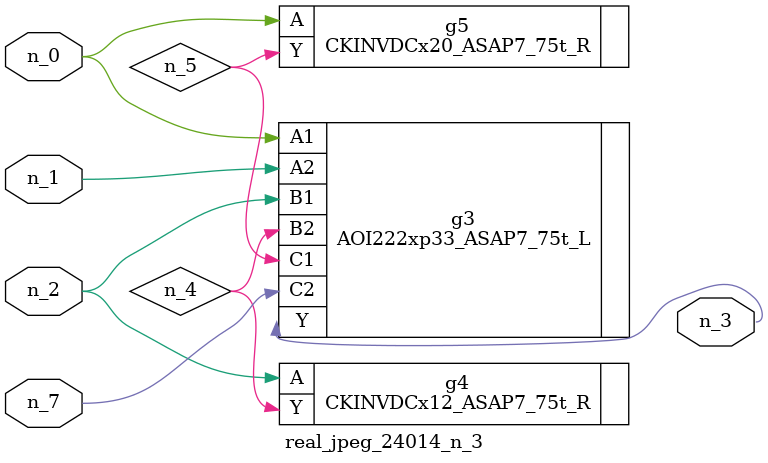
<source format=v>
module real_jpeg_24014_n_3 (n_7, n_1, n_0, n_2, n_3);

input n_7;
input n_1;
input n_0;
input n_2;

output n_3;

wire n_5;
wire n_4;

AOI222xp33_ASAP7_75t_L g3 ( 
.A1(n_0),
.A2(n_1),
.B1(n_2),
.B2(n_4),
.C1(n_5),
.C2(n_7),
.Y(n_3)
);

CKINVDCx20_ASAP7_75t_R g5 ( 
.A(n_0),
.Y(n_5)
);

CKINVDCx12_ASAP7_75t_R g4 ( 
.A(n_2),
.Y(n_4)
);


endmodule
</source>
